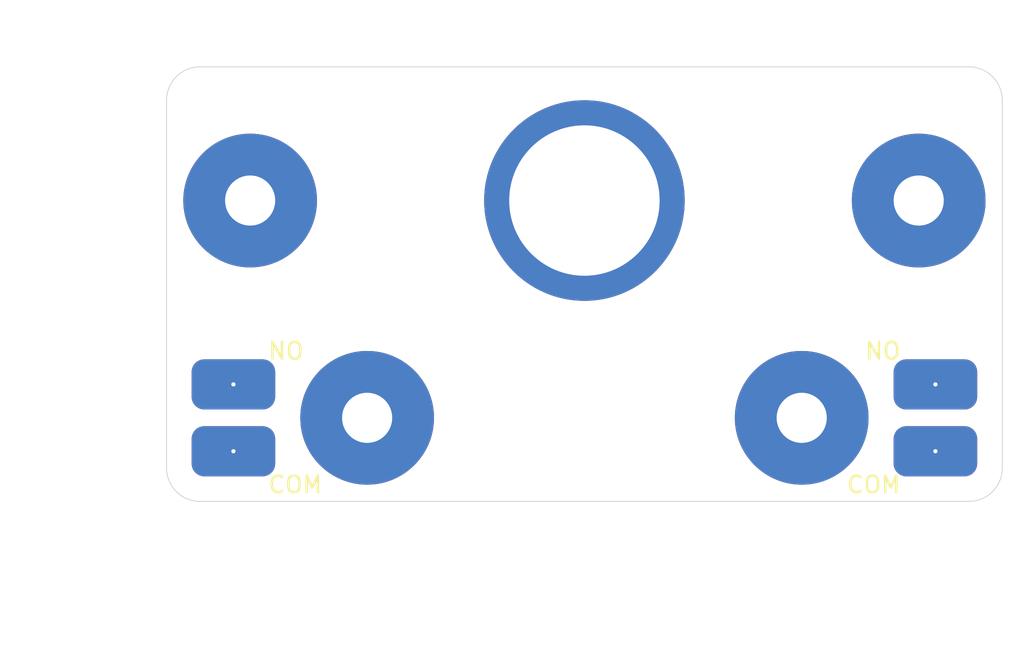
<source format=kicad_pcb>
(kicad_pcb (version 20171130) (host pcbnew 5.1.9+dfsg1-1)

  (general
    (thickness 1.6)
    (drawings 20)
    (tracks 0)
    (zones 0)
    (modules 7)
    (nets 3)
  )

  (page A4)
  (layers
    (0 F.Cu signal)
    (1 In1.Cu signal)
    (2 In2.Cu signal)
    (31 B.Cu signal)
    (32 B.Adhes user)
    (33 F.Adhes user)
    (34 B.Paste user)
    (35 F.Paste user)
    (36 B.SilkS user)
    (37 F.SilkS user)
    (38 B.Mask user)
    (39 F.Mask user)
    (40 Dwgs.User user)
    (41 Cmts.User user)
    (42 Eco1.User user)
    (43 Eco2.User user)
    (44 Edge.Cuts user)
    (45 Margin user)
    (46 B.CrtYd user)
    (47 F.CrtYd user)
    (48 B.Fab user)
    (49 F.Fab user)
  )

  (setup
    (last_trace_width 0.25)
    (user_trace_width 0.5)
    (trace_clearance 0.2)
    (zone_clearance 0.508)
    (zone_45_only no)
    (trace_min 0.2)
    (via_size 0.8)
    (via_drill 0.4)
    (via_min_size 0.4)
    (via_min_drill 0.3)
    (user_via 2 1)
    (uvia_size 0.3)
    (uvia_drill 0.1)
    (uvias_allowed no)
    (uvia_min_size 0.2)
    (uvia_min_drill 0.1)
    (edge_width 0.05)
    (segment_width 0.2)
    (pcb_text_width 0.3)
    (pcb_text_size 1.5 1.5)
    (mod_edge_width 0.12)
    (mod_text_size 1 1)
    (mod_text_width 0.15)
    (pad_size 1.524 1.524)
    (pad_drill 0.762)
    (pad_to_mask_clearance 0)
    (aux_axis_origin 0 0)
    (visible_elements FFFFFF7F)
    (pcbplotparams
      (layerselection 0x010fc_ffffffff)
      (usegerberextensions true)
      (usegerberattributes false)
      (usegerberadvancedattributes false)
      (creategerberjobfile false)
      (excludeedgelayer true)
      (linewidth 0.100000)
      (plotframeref false)
      (viasonmask false)
      (mode 1)
      (useauxorigin false)
      (hpglpennumber 1)
      (hpglpenspeed 20)
      (hpglpendiameter 15.000000)
      (psnegative false)
      (psa4output false)
      (plotreference true)
      (plotvalue false)
      (plotinvisibletext false)
      (padsonsilk false)
      (subtractmaskfromsilk true)
      (outputformat 1)
      (mirror false)
      (drillshape 0)
      (scaleselection 1)
      (outputdirectory "geber/"))
  )

  (net 0 "")
  (net 1 "Net-(J1-Pad1)")
  (net 2 "Net-(J1-Pad2)")

  (net_class Default "This is the default net class."
    (clearance 0.2)
    (trace_width 0.25)
    (via_dia 0.8)
    (via_drill 0.4)
    (uvia_dia 0.3)
    (uvia_drill 0.1)
    (add_net "Net-(J1-Pad1)")
    (add_net "Net-(J1-Pad2)")
  )

  (module custom-footprints:m3-d8-mounting-hole (layer F.Cu) (tedit 63D220FC) (tstamp 63D27EA1)
    (at 60 90)
    (path /63D22A0B)
    (fp_text reference J3 (at 0 0.5) (layer F.SilkS) hide
      (effects (font (size 1 1) (thickness 0.15)))
    )
    (fp_text value BOLT_HOLE (at 0 -0.5) (layer F.Fab)
      (effects (font (size 1 1) (thickness 0.15)))
    )
    (pad 1 thru_hole circle (at 0 0) (size 8 8) (drill 3) (layers *.Cu *.Mask)
      (net 2 "Net-(J1-Pad2)"))
  )

  (module custom-footprints:m3-d8-mounting-hole (layer F.Cu) (tedit 63D220FC) (tstamp 63D27EA6)
    (at 67 103)
    (path /63D235F1)
    (fp_text reference J4 (at 0 0.5) (layer F.SilkS) hide
      (effects (font (size 1 1) (thickness 0.15)))
    )
    (fp_text value BOLT_HOLE (at 0 -0.5) (layer F.Fab)
      (effects (font (size 1 1) (thickness 0.15)))
    )
    (pad 1 thru_hole circle (at 0 0) (size 8 8) (drill 3) (layers *.Cu *.Mask)
      (net 2 "Net-(J1-Pad2)"))
  )

  (module custom-footprints:m3-d8-mounting-hole (layer F.Cu) (tedit 63D220FC) (tstamp 63D27EAB)
    (at 100 90)
    (path /63D238E6)
    (fp_text reference J5 (at 0 0.5) (layer F.SilkS) hide
      (effects (font (size 1 1) (thickness 0.15)))
    )
    (fp_text value BOLT_HOLE (at 0 -0.5) (layer F.Fab)
      (effects (font (size 1 1) (thickness 0.15)))
    )
    (pad 1 thru_hole circle (at 0 0) (size 8 8) (drill 3) (layers *.Cu *.Mask)
      (net 2 "Net-(J1-Pad2)"))
  )

  (module custom-footprints:solder-pin-th-2pin (layer F.Cu) (tedit 63D230B7) (tstamp 63D28819)
    (at 59 101 270)
    (path /63D21D6A)
    (fp_text reference J1 (at -3 2 90) (layer F.SilkS) hide
      (effects (font (size 1 1) (thickness 0.15)))
    )
    (fp_text value Conn_01x02_Female (at 0 -0.5 90) (layer F.Fab)
      (effects (font (size 1 1) (thickness 0.15)))
    )
    (pad 1 thru_hole roundrect (at 0 0 270) (size 3 5) (drill 0.25) (layers *.Cu *.Mask) (roundrect_rratio 0.25)
      (net 1 "Net-(J1-Pad1)"))
    (pad 2 thru_hole roundrect (at 4 0 270) (size 3 5) (drill 0.25) (layers *.Cu *.Mask) (roundrect_rratio 0.25)
      (net 2 "Net-(J1-Pad2)"))
  )

  (module custom-footprints:solder-pin-th-2pin (layer F.Cu) (tedit 63D230B7) (tstamp 63D2881F)
    (at 101 101 270)
    (path /63D22128)
    (fp_text reference J2 (at 0 0.5 90) (layer F.SilkS) hide
      (effects (font (size 1 1) (thickness 0.15)))
    )
    (fp_text value Conn_01x02_Female (at 0 -0.5 90) (layer F.Fab)
      (effects (font (size 1 1) (thickness 0.15)))
    )
    (pad 2 thru_hole roundrect (at 4 0 270) (size 3 5) (drill 0.25) (layers *.Cu *.Mask) (roundrect_rratio 0.25)
      (net 2 "Net-(J1-Pad2)"))
    (pad 1 thru_hole roundrect (at 0 0 270) (size 3 5) (drill 0.25) (layers *.Cu *.Mask) (roundrect_rratio 0.25)
      (net 1 "Net-(J1-Pad1)"))
  )

  (module custom-footprints:m3-d8-mounting-hole (layer F.Cu) (tedit 63D220FC) (tstamp 63D31490)
    (at 93 103)
    (path /63D317AE)
    (fp_text reference J7 (at 0 0.5) (layer F.SilkS) hide
      (effects (font (size 1 1) (thickness 0.15)))
    )
    (fp_text value BOLT_HOLE (at 0 -0.5) (layer F.Fab)
      (effects (font (size 1 1) (thickness 0.15)))
    )
    (pad 1 thru_hole circle (at 0 0) (size 8 8) (drill 3) (layers *.Cu *.Mask)
      (net 2 "Net-(J1-Pad2)"))
  )

  (module custom-footprints:m3-d12-mounter-hole (layer F.Cu) (tedit 63D6FCB6) (tstamp 63D7599B)
    (at 80 90)
    (path /63D23BA4)
    (fp_text reference J6 (at 0 0.5) (layer F.SilkS)
      (effects (font (size 1 1) (thickness 0.15)))
    )
    (fp_text value RING_HOLE (at 0 -0.5) (layer F.Fab)
      (effects (font (size 1 1) (thickness 0.15)))
    )
    (pad 1 thru_hole circle (at 0 0) (size 12 12) (drill 9) (layers *.Cu *.Mask)
      (net 1 "Net-(J1-Pad1)"))
  )

  (gr_arc (start 103 84) (end 105 84) (angle -90) (layer Edge.Cuts) (width 0.05))
  (gr_arc (start 57 84) (end 57 82) (angle -90) (layer Edge.Cuts) (width 0.05))
  (dimension 15 (width 0.15) (layer Dwgs.User)
    (gr_text "15.000 mm" (at 72.5 117.3) (layer Dwgs.User)
      (effects (font (size 1 1) (thickness 0.15)))
    )
    (feature1 (pts (xy 65 103) (xy 65 116.586421)))
    (feature2 (pts (xy 80 103) (xy 80 116.586421)))
    (crossbar (pts (xy 80 116) (xy 65 116)))
    (arrow1a (pts (xy 65 116) (xy 66.126504 115.413579)))
    (arrow1b (pts (xy 65 116) (xy 66.126504 116.586421)))
    (arrow2a (pts (xy 80 116) (xy 78.873496 115.413579)))
    (arrow2b (pts (xy 80 116) (xy 78.873496 116.586421)))
  )
  (dimension 15 (width 0.15) (layer Dwgs.User)
    (gr_text "15.000 mm" (at 87.5 117.3) (layer Dwgs.User)
      (effects (font (size 1 1) (thickness 0.15)))
    )
    (feature1 (pts (xy 95 103) (xy 95 116.586421)))
    (feature2 (pts (xy 80 103) (xy 80 116.586421)))
    (crossbar (pts (xy 80 116) (xy 95 116)))
    (arrow1a (pts (xy 95 116) (xy 93.873496 116.586421)))
    (arrow1b (pts (xy 95 116) (xy 93.873496 115.413579)))
    (arrow2a (pts (xy 80 116) (xy 81.126504 116.586421)))
    (arrow2b (pts (xy 80 116) (xy 81.126504 115.413579)))
  )
  (dimension 5 (width 0.15) (layer Dwgs.User)
    (gr_text "5.000 mm" (at 102.5 78.7) (layer Dwgs.User)
      (effects (font (size 1 1) (thickness 0.15)))
    )
    (feature1 (pts (xy 100 90) (xy 100 79.413579)))
    (feature2 (pts (xy 105 90) (xy 105 79.413579)))
    (crossbar (pts (xy 105 80) (xy 100 80)))
    (arrow1a (pts (xy 100 80) (xy 101.126504 79.413579)))
    (arrow1b (pts (xy 100 80) (xy 101.126504 80.586421)))
    (arrow2a (pts (xy 105 80) (xy 103.873496 79.413579)))
    (arrow2b (pts (xy 105 80) (xy 103.873496 80.586421)))
  )
  (dimension 5 (width 0.15) (layer Dwgs.User)
    (gr_text "5.000 mm" (at 57.5 79.7) (layer Dwgs.User)
      (effects (font (size 1 1) (thickness 0.15)))
    )
    (feature1 (pts (xy 60 90) (xy 60 80.413579)))
    (feature2 (pts (xy 55 90) (xy 55 80.413579)))
    (crossbar (pts (xy 55 81) (xy 60 81)))
    (arrow1a (pts (xy 60 81) (xy 58.873496 81.586421)))
    (arrow1b (pts (xy 60 81) (xy 58.873496 80.413579)))
    (arrow2a (pts (xy 55 81) (xy 56.126504 81.586421)))
    (arrow2b (pts (xy 55 81) (xy 56.126504 80.413579)))
  )
  (dimension 8 (width 0.15) (layer Dwgs.User)
    (gr_text "8.000 mm" (at 76 110.3) (layer Dwgs.User)
      (effects (font (size 1 1) (thickness 0.15)))
    )
    (feature1 (pts (xy 72 103) (xy 72 109.586421)))
    (feature2 (pts (xy 80 103) (xy 80 109.586421)))
    (crossbar (pts (xy 80 109) (xy 72 109)))
    (arrow1a (pts (xy 72 109) (xy 73.126504 108.413579)))
    (arrow1b (pts (xy 72 109) (xy 73.126504 109.586421)))
    (arrow2a (pts (xy 80 109) (xy 78.873496 108.413579)))
    (arrow2b (pts (xy 80 109) (xy 78.873496 109.586421)))
  )
  (dimension 8 (width 0.15) (layer Dwgs.User)
    (gr_text "8.000 mm" (at 55.7 94 270) (layer Dwgs.User)
      (effects (font (size 1 1) (thickness 0.15)))
    )
    (feature1 (pts (xy 67 98) (xy 56.413579 98)))
    (feature2 (pts (xy 67 90) (xy 56.413579 90)))
    (crossbar (pts (xy 57 90) (xy 57 98)))
    (arrow1a (pts (xy 57 98) (xy 56.413579 96.873496)))
    (arrow1b (pts (xy 57 98) (xy 57.586421 96.873496)))
    (arrow2a (pts (xy 57 90) (xy 56.413579 91.126504)))
    (arrow2b (pts (xy 57 90) (xy 57.586421 91.126504)))
  )
  (dimension 10 (width 0.15) (layer Dwgs.User)
    (gr_text "10.000 mm" (at 48.7 103 90) (layer Dwgs.User)
      (effects (font (size 1 1) (thickness 0.15)))
    )
    (feature1 (pts (xy 55 98) (xy 49.413579 98)))
    (feature2 (pts (xy 55 108) (xy 49.413579 108)))
    (crossbar (pts (xy 50 108) (xy 50 98)))
    (arrow1a (pts (xy 50 98) (xy 50.586421 99.126504)))
    (arrow1b (pts (xy 50 98) (xy 49.413579 99.126504)))
    (arrow2a (pts (xy 50 108) (xy 50.586421 106.873496)))
    (arrow2b (pts (xy 50 108) (xy 49.413579 106.873496)))
  )
  (dimension 10 (width 0.15) (layer Dwgs.User)
    (gr_text "10.000 mm" (at 67 112.3) (layer Dwgs.User)
      (effects (font (size 1 1) (thickness 0.15)))
    )
    (feature1 (pts (xy 72 108) (xy 72 111.586421)))
    (feature2 (pts (xy 62 108) (xy 62 111.586421)))
    (crossbar (pts (xy 62 111) (xy 72 111)))
    (arrow1a (pts (xy 72 111) (xy 70.873496 111.586421)))
    (arrow1b (pts (xy 72 111) (xy 70.873496 110.413579)))
    (arrow2a (pts (xy 62 111) (xy 63.126504 111.586421)))
    (arrow2b (pts (xy 62 111) (xy 63.126504 110.413579)))
  )
  (gr_text COM (at 99 107) (layer F.SilkS)
    (effects (font (size 1 1) (thickness 0.15)) (justify right))
  )
  (gr_text COM (at 61 107) (layer F.SilkS)
    (effects (font (size 1 1) (thickness 0.15)) (justify left))
  )
  (gr_text NO (at 99 99) (layer F.SilkS)
    (effects (font (size 1 1) (thickness 0.15)) (justify right))
  )
  (gr_text NO (at 61 99) (layer F.SilkS)
    (effects (font (size 1 1) (thickness 0.15)) (justify left))
  )
  (gr_arc (start 103 106) (end 103 108) (angle -90) (layer Edge.Cuts) (width 0.05))
  (gr_line (start 105 84) (end 105 106) (layer Edge.Cuts) (width 0.05))
  (gr_line (start 57 108) (end 103 108) (layer Edge.Cuts) (width 0.05))
  (gr_line (start 55 84) (end 55 106) (layer Edge.Cuts) (width 0.05) (tstamp 63D27F73))
  (gr_arc (start 57 106) (end 55 106) (angle -90) (layer Edge.Cuts) (width 0.05))
  (gr_line (start 57 82) (end 103 82) (layer Edge.Cuts) (width 0.05) (tstamp 63D27F72))

  (zone (net 2) (net_name "Net-(J1-Pad2)") (layer In1.Cu) (tstamp 63D75A89) (hatch edge 0.508)
    (connect_pads (clearance 0.508))
    (min_thickness 0.254)
    (fill yes (arc_segments 32) (thermal_gap 0.508) (thermal_bridge_width 0.508))
    (polygon
      (pts
        (xy 105 108) (xy 55 108) (xy 55 82) (xy 105 82)
      )
    )
    (filled_polygon
      (pts
        (xy 103.259659 82.688625) (xy 103.509429 82.764035) (xy 103.739792 82.886522) (xy 103.94198 83.051422) (xy 104.108286 83.25245)
        (xy 104.232378 83.481954) (xy 104.309531 83.731195) (xy 104.34 84.021089) (xy 104.34 88.324638) (xy 104.323975 88.269434)
        (xy 103.903275 87.459121) (xy 103.841185 87.366197) (xy 103.26958 86.910025) (xy 100.179605 90) (xy 103.26958 93.089975)
        (xy 103.841185 92.633803) (xy 104.281207 91.833817) (xy 104.34 91.648054) (xy 104.340001 105.967711) (xy 104.311375 106.25966)
        (xy 104.235965 106.509429) (xy 104.113477 106.739794) (xy 104.050709 106.816755) (xy 104.089502 106.74418) (xy 104.125812 106.624482)
        (xy 104.138072 106.5) (xy 104.135 105.28575) (xy 103.97625 105.127) (xy 101.127 105.127) (xy 101.127 106.97625)
        (xy 101.28575 107.135) (xy 103.5 107.138072) (xy 103.624482 107.125812) (xy 103.74418 107.089502) (xy 103.817862 107.050117)
        (xy 103.747546 107.108288) (xy 103.518046 107.232378) (xy 103.268805 107.309531) (xy 102.978911 107.34) (xy 94.675363 107.34)
        (xy 94.730566 107.323975) (xy 95.540879 106.903275) (xy 95.633803 106.841185) (xy 95.906087 106.5) (xy 97.861928 106.5)
        (xy 97.874188 106.624482) (xy 97.910498 106.74418) (xy 97.969463 106.854494) (xy 98.048815 106.951185) (xy 98.145506 107.030537)
        (xy 98.25582 107.089502) (xy 98.375518 107.125812) (xy 98.5 107.138072) (xy 100.71425 107.135) (xy 100.873 106.97625)
        (xy 100.873 105.127) (xy 98.02375 105.127) (xy 97.865 105.28575) (xy 97.861928 106.5) (xy 95.906087 106.5)
        (xy 96.089975 106.26958) (xy 93 103.179605) (xy 89.910025 106.26958) (xy 90.366197 106.841185) (xy 91.166183 107.281207)
        (xy 91.351945 107.34) (xy 68.675363 107.34) (xy 68.730566 107.323975) (xy 69.540879 106.903275) (xy 69.633803 106.841185)
        (xy 70.089975 106.26958) (xy 67 103.179605) (xy 63.910025 106.26958) (xy 64.366197 106.841185) (xy 65.166183 107.281207)
        (xy 65.351945 107.34) (xy 57.032279 107.34) (xy 56.74034 107.311375) (xy 56.490571 107.235965) (xy 56.260206 107.113477)
        (xy 56.183245 107.050709) (xy 56.25582 107.089502) (xy 56.375518 107.125812) (xy 56.5 107.138072) (xy 58.71425 107.135)
        (xy 58.873 106.97625) (xy 58.873 105.127) (xy 59.127 105.127) (xy 59.127 106.97625) (xy 59.28575 107.135)
        (xy 61.5 107.138072) (xy 61.624482 107.125812) (xy 61.74418 107.089502) (xy 61.854494 107.030537) (xy 61.951185 106.951185)
        (xy 62.030537 106.854494) (xy 62.089502 106.74418) (xy 62.125812 106.624482) (xy 62.138072 106.5) (xy 62.135 105.28575)
        (xy 61.97625 105.127) (xy 59.127 105.127) (xy 58.873 105.127) (xy 56.02375 105.127) (xy 55.865 105.28575)
        (xy 55.861928 106.5) (xy 55.874188 106.624482) (xy 55.910498 106.74418) (xy 55.949883 106.817862) (xy 55.891712 106.747546)
        (xy 55.767622 106.518046) (xy 55.690469 106.268805) (xy 55.66 105.978911) (xy 55.66 100.25) (xy 55.861928 100.25)
        (xy 55.861928 101.75) (xy 55.888599 102.020799) (xy 55.967589 102.281192) (xy 56.09586 102.521171) (xy 56.268485 102.731515)
        (xy 56.435173 102.868313) (xy 56.375518 102.874188) (xy 56.25582 102.910498) (xy 56.145506 102.969463) (xy 56.048815 103.048815)
        (xy 55.969463 103.145506) (xy 55.910498 103.25582) (xy 55.874188 103.375518) (xy 55.861928 103.5) (xy 55.865 104.71425)
        (xy 56.02375 104.873) (xy 58.873 104.873) (xy 58.873 104.853) (xy 59.127 104.853) (xy 59.127 104.873)
        (xy 61.97625 104.873) (xy 62.135 104.71425) (xy 62.138072 103.5) (xy 62.125812 103.375518) (xy 62.089502 103.25582)
        (xy 62.030537 103.145506) (xy 61.951185 103.048815) (xy 61.854494 102.969463) (xy 61.807084 102.944121) (xy 62.342909 102.944121)
        (xy 62.421492 103.853748) (xy 62.676025 104.730566) (xy 63.096725 105.540879) (xy 63.158815 105.633803) (xy 63.73042 106.089975)
        (xy 66.820395 103) (xy 67.179605 103) (xy 70.26958 106.089975) (xy 70.841185 105.633803) (xy 71.281207 104.833817)
        (xy 71.556704 103.963359) (xy 71.657091 103.055879) (xy 71.647437 102.944121) (xy 88.342909 102.944121) (xy 88.421492 103.853748)
        (xy 88.676025 104.730566) (xy 89.096725 105.540879) (xy 89.158815 105.633803) (xy 89.73042 106.089975) (xy 92.820395 103)
        (xy 93.179605 103) (xy 96.26958 106.089975) (xy 96.841185 105.633803) (xy 97.281207 104.833817) (xy 97.556704 103.963359)
        (xy 97.657091 103.055879) (xy 97.578508 102.146252) (xy 97.323975 101.269434) (xy 96.903275 100.459121) (xy 96.841185 100.366197)
        (xy 96.695585 100.25) (xy 97.861928 100.25) (xy 97.861928 101.75) (xy 97.888599 102.020799) (xy 97.967589 102.281192)
        (xy 98.09586 102.521171) (xy 98.268485 102.731515) (xy 98.435173 102.868313) (xy 98.375518 102.874188) (xy 98.25582 102.910498)
        (xy 98.145506 102.969463) (xy 98.048815 103.048815) (xy 97.969463 103.145506) (xy 97.910498 103.25582) (xy 97.874188 103.375518)
        (xy 97.861928 103.5) (xy 97.865 104.71425) (xy 98.02375 104.873) (xy 100.873 104.873) (xy 100.873 104.853)
        (xy 101.127 104.853) (xy 101.127 104.873) (xy 103.97625 104.873) (xy 104.135 104.71425) (xy 104.138072 103.5)
        (xy 104.125812 103.375518) (xy 104.089502 103.25582) (xy 104.030537 103.145506) (xy 103.951185 103.048815) (xy 103.854494 102.969463)
        (xy 103.74418 102.910498) (xy 103.624482 102.874188) (xy 103.564827 102.868313) (xy 103.731515 102.731515) (xy 103.90414 102.521171)
        (xy 104.032411 102.281192) (xy 104.111401 102.020799) (xy 104.138072 101.75) (xy 104.138072 100.25) (xy 104.111401 99.979201)
        (xy 104.032411 99.718808) (xy 103.90414 99.478829) (xy 103.731515 99.268485) (xy 103.521171 99.09586) (xy 103.281192 98.967589)
        (xy 103.020799 98.888599) (xy 102.75 98.861928) (xy 99.25 98.861928) (xy 98.979201 98.888599) (xy 98.718808 98.967589)
        (xy 98.478829 99.09586) (xy 98.268485 99.268485) (xy 98.09586 99.478829) (xy 97.967589 99.718808) (xy 97.888599 99.979201)
        (xy 97.861928 100.25) (xy 96.695585 100.25) (xy 96.26958 99.910025) (xy 93.179605 103) (xy 92.820395 103)
        (xy 89.73042 99.910025) (xy 89.158815 100.366197) (xy 88.718793 101.166183) (xy 88.443296 102.036641) (xy 88.342909 102.944121)
        (xy 71.647437 102.944121) (xy 71.578508 102.146252) (xy 71.323975 101.269434) (xy 70.903275 100.459121) (xy 70.841185 100.366197)
        (xy 70.26958 99.910025) (xy 67.179605 103) (xy 66.820395 103) (xy 63.73042 99.910025) (xy 63.158815 100.366197)
        (xy 62.718793 101.166183) (xy 62.443296 102.036641) (xy 62.342909 102.944121) (xy 61.807084 102.944121) (xy 61.74418 102.910498)
        (xy 61.624482 102.874188) (xy 61.564827 102.868313) (xy 61.731515 102.731515) (xy 61.90414 102.521171) (xy 62.032411 102.281192)
        (xy 62.111401 102.020799) (xy 62.138072 101.75) (xy 62.138072 100.25) (xy 62.111401 99.979201) (xy 62.035934 99.73042)
        (xy 63.910025 99.73042) (xy 67 102.820395) (xy 70.089975 99.73042) (xy 89.910025 99.73042) (xy 93 102.820395)
        (xy 96.089975 99.73042) (xy 95.633803 99.158815) (xy 94.833817 98.718793) (xy 93.963359 98.443296) (xy 93.055879 98.342909)
        (xy 92.146252 98.421492) (xy 91.269434 98.676025) (xy 90.459121 99.096725) (xy 90.366197 99.158815) (xy 89.910025 99.73042)
        (xy 70.089975 99.73042) (xy 69.633803 99.158815) (xy 68.833817 98.718793) (xy 67.963359 98.443296) (xy 67.055879 98.342909)
        (xy 66.146252 98.421492) (xy 65.269434 98.676025) (xy 64.459121 99.096725) (xy 64.366197 99.158815) (xy 63.910025 99.73042)
        (xy 62.035934 99.73042) (xy 62.032411 99.718808) (xy 61.90414 99.478829) (xy 61.731515 99.268485) (xy 61.521171 99.09586)
        (xy 61.281192 98.967589) (xy 61.020799 98.888599) (xy 60.75 98.861928) (xy 57.25 98.861928) (xy 56.979201 98.888599)
        (xy 56.718808 98.967589) (xy 56.478829 99.09586) (xy 56.268485 99.268485) (xy 56.09586 99.478829) (xy 55.967589 99.718808)
        (xy 55.888599 99.979201) (xy 55.861928 100.25) (xy 55.66 100.25) (xy 55.66 93.26958) (xy 56.910025 93.26958)
        (xy 57.366197 93.841185) (xy 58.166183 94.281207) (xy 59.036641 94.556704) (xy 59.944121 94.657091) (xy 60.853748 94.578508)
        (xy 61.730566 94.323975) (xy 62.540879 93.903275) (xy 62.633803 93.841185) (xy 63.089975 93.26958) (xy 60 90.179605)
        (xy 56.910025 93.26958) (xy 55.66 93.26958) (xy 55.66 91.675363) (xy 55.676025 91.730566) (xy 56.096725 92.540879)
        (xy 56.158815 92.633803) (xy 56.73042 93.089975) (xy 59.820395 90) (xy 60.179605 90) (xy 63.26958 93.089975)
        (xy 63.841185 92.633803) (xy 64.281207 91.833817) (xy 64.556704 90.963359) (xy 64.657091 90.055879) (xy 64.595809 89.34651)
        (xy 73.365 89.34651) (xy 73.365 90.65349) (xy 73.619979 91.935358) (xy 74.120139 93.142851) (xy 74.846259 94.229566)
        (xy 75.770434 95.153741) (xy 76.857149 95.879861) (xy 78.064642 96.380021) (xy 79.34651 96.635) (xy 80.65349 96.635)
        (xy 81.935358 96.380021) (xy 83.142851 95.879861) (xy 84.229566 95.153741) (xy 85.153741 94.229566) (xy 85.795183 93.26958)
        (xy 96.910025 93.26958) (xy 97.366197 93.841185) (xy 98.166183 94.281207) (xy 99.036641 94.556704) (xy 99.944121 94.657091)
        (xy 100.853748 94.578508) (xy 101.730566 94.323975) (xy 102.540879 93.903275) (xy 102.633803 93.841185) (xy 103.089975 93.26958)
        (xy 100 90.179605) (xy 96.910025 93.26958) (xy 85.795183 93.26958) (xy 85.879861 93.142851) (xy 86.380021 91.935358)
        (xy 86.635 90.65349) (xy 86.635 89.944121) (xy 95.342909 89.944121) (xy 95.421492 90.853748) (xy 95.676025 91.730566)
        (xy 96.096725 92.540879) (xy 96.158815 92.633803) (xy 96.73042 93.089975) (xy 99.820395 90) (xy 96.73042 86.910025)
        (xy 96.158815 87.366197) (xy 95.718793 88.166183) (xy 95.443296 89.036641) (xy 95.342909 89.944121) (xy 86.635 89.944121)
        (xy 86.635 89.34651) (xy 86.380021 88.064642) (xy 85.879861 86.857149) (xy 85.795184 86.73042) (xy 96.910025 86.73042)
        (xy 100 89.820395) (xy 103.089975 86.73042) (xy 102.633803 86.158815) (xy 101.833817 85.718793) (xy 100.963359 85.443296)
        (xy 100.055879 85.342909) (xy 99.146252 85.421492) (xy 98.269434 85.676025) (xy 97.459121 86.096725) (xy 97.366197 86.158815)
        (xy 96.910025 86.73042) (xy 85.795184 86.73042) (xy 85.153741 85.770434) (xy 84.229566 84.846259) (xy 83.142851 84.120139)
        (xy 81.935358 83.619979) (xy 80.65349 83.365) (xy 79.34651 83.365) (xy 78.064642 83.619979) (xy 76.857149 84.120139)
        (xy 75.770434 84.846259) (xy 74.846259 85.770434) (xy 74.120139 86.857149) (xy 73.619979 88.064642) (xy 73.365 89.34651)
        (xy 64.595809 89.34651) (xy 64.578508 89.146252) (xy 64.323975 88.269434) (xy 63.903275 87.459121) (xy 63.841185 87.366197)
        (xy 63.26958 86.910025) (xy 60.179605 90) (xy 59.820395 90) (xy 56.73042 86.910025) (xy 56.158815 87.366197)
        (xy 55.718793 88.166183) (xy 55.66 88.351945) (xy 55.66 86.73042) (xy 56.910025 86.73042) (xy 60 89.820395)
        (xy 63.089975 86.73042) (xy 62.633803 86.158815) (xy 61.833817 85.718793) (xy 60.963359 85.443296) (xy 60.055879 85.342909)
        (xy 59.146252 85.421492) (xy 58.269434 85.676025) (xy 57.459121 86.096725) (xy 57.366197 86.158815) (xy 56.910025 86.73042)
        (xy 55.66 86.73042) (xy 55.66 84.032279) (xy 55.688625 83.740341) (xy 55.764035 83.490571) (xy 55.886522 83.260208)
        (xy 56.051422 83.05802) (xy 56.25245 82.891714) (xy 56.481954 82.767622) (xy 56.731195 82.690469) (xy 57.021088 82.66)
        (xy 102.967721 82.66)
      )
    )
  )
  (zone (net 1) (net_name "Net-(J1-Pad1)") (layer In2.Cu) (tstamp 63D75A86) (hatch edge 0.508)
    (connect_pads (clearance 0.508))
    (min_thickness 0.254)
    (fill yes (arc_segments 32) (thermal_gap 0.508) (thermal_bridge_width 0.508))
    (polygon
      (pts
        (xy 105 108) (xy 55 108) (xy 55 82) (xy 105 82)
      )
    )
    (filled_polygon
      (pts
        (xy 103.259659 82.688625) (xy 103.509429 82.764035) (xy 103.739792 82.886522) (xy 103.94198 83.051422) (xy 104.108286 83.25245)
        (xy 104.232378 83.481954) (xy 104.309531 83.731195) (xy 104.34 84.021089) (xy 104.34 88.365847) (xy 104.107484 87.804504)
        (xy 103.60024 87.04536) (xy 102.95464 86.39976) (xy 102.195496 85.892516) (xy 101.35198 85.54312) (xy 100.456508 85.365)
        (xy 99.543492 85.365) (xy 98.64802 85.54312) (xy 97.804504 85.892516) (xy 97.04536 86.39976) (xy 96.39976 87.04536)
        (xy 95.892516 87.804504) (xy 95.54312 88.64802) (xy 95.365 89.543492) (xy 95.365 90.456508) (xy 95.54312 91.35198)
        (xy 95.892516 92.195496) (xy 96.39976 92.95464) (xy 97.04536 93.60024) (xy 97.804504 94.107484) (xy 98.64802 94.45688)
        (xy 99.543492 94.635) (xy 100.456508 94.635) (xy 101.35198 94.45688) (xy 102.195496 94.107484) (xy 102.95464 93.60024)
        (xy 103.60024 92.95464) (xy 104.107484 92.195496) (xy 104.34 91.634153) (xy 104.340001 105.967711) (xy 104.311375 106.25966)
        (xy 104.235965 106.509429) (xy 104.113477 106.739794) (xy 103.948579 106.941979) (xy 103.747546 107.108288) (xy 103.518046 107.232378)
        (xy 103.268805 107.309531) (xy 102.978911 107.34) (xy 94.634153 107.34) (xy 95.195496 107.107484) (xy 95.95464 106.60024)
        (xy 96.60024 105.95464) (xy 97.107484 105.195496) (xy 97.45688 104.35198) (xy 97.635 103.456508) (xy 97.635 102.543492)
        (xy 97.626349 102.5) (xy 97.861928 102.5) (xy 97.874188 102.624482) (xy 97.910498 102.74418) (xy 97.969463 102.854494)
        (xy 98.048815 102.951185) (xy 98.145506 103.030537) (xy 98.25582 103.089502) (xy 98.375518 103.125812) (xy 98.435173 103.131687)
        (xy 98.268485 103.268485) (xy 98.09586 103.478829) (xy 97.967589 103.718808) (xy 97.888599 103.979201) (xy 97.861928 104.25)
        (xy 97.861928 105.75) (xy 97.888599 106.020799) (xy 97.967589 106.281192) (xy 98.09586 106.521171) (xy 98.268485 106.731515)
        (xy 98.478829 106.90414) (xy 98.718808 107.032411) (xy 98.979201 107.111401) (xy 99.25 107.138072) (xy 102.75 107.138072)
        (xy 103.020799 107.111401) (xy 103.281192 107.032411) (xy 103.521171 106.90414) (xy 103.731515 106.731515) (xy 103.90414 106.521171)
        (xy 104.032411 106.281192) (xy 104.111401 106.020799) (xy 104.138072 105.75) (xy 104.138072 104.25) (xy 104.111401 103.979201)
        (xy 104.032411 103.718808) (xy 103.90414 103.478829) (xy 103.731515 103.268485) (xy 103.564827 103.131687) (xy 103.624482 103.125812)
        (xy 103.74418 103.089502) (xy 103.854494 103.030537) (xy 103.951185 102.951185) (xy 104.030537 102.854494) (xy 104.089502 102.74418)
        (xy 104.125812 102.624482) (xy 104.138072 102.5) (xy 104.135 101.28575) (xy 103.97625 101.127) (xy 101.127 101.127)
        (xy 101.127 101.147) (xy 100.873 101.147) (xy 100.873 101.127) (xy 98.02375 101.127) (xy 97.865 101.28575)
        (xy 97.861928 102.5) (xy 97.626349 102.5) (xy 97.45688 101.64802) (xy 97.107484 100.804504) (xy 96.60024 100.04536)
        (xy 96.05488 99.5) (xy 97.861928 99.5) (xy 97.865 100.71425) (xy 98.02375 100.873) (xy 100.873 100.873)
        (xy 100.873 99.02375) (xy 101.127 99.02375) (xy 101.127 100.873) (xy 103.97625 100.873) (xy 104.135 100.71425)
        (xy 104.138072 99.5) (xy 104.125812 99.375518) (xy 104.089502 99.25582) (xy 104.030537 99.145506) (xy 103.951185 99.048815)
        (xy 103.854494 98.969463) (xy 103.74418 98.910498) (xy 103.624482 98.874188) (xy 103.5 98.861928) (xy 101.28575 98.865)
        (xy 101.127 99.02375) (xy 100.873 99.02375) (xy 100.71425 98.865) (xy 98.5 98.861928) (xy 98.375518 98.874188)
        (xy 98.25582 98.910498) (xy 98.145506 98.969463) (xy 98.048815 99.048815) (xy 97.969463 99.145506) (xy 97.910498 99.25582)
        (xy 97.874188 99.375518) (xy 97.861928 99.5) (xy 96.05488 99.5) (xy 95.95464 99.39976) (xy 95.195496 98.892516)
        (xy 94.35198 98.54312) (xy 93.456508 98.365) (xy 92.543492 98.365) (xy 91.64802 98.54312) (xy 90.804504 98.892516)
        (xy 90.04536 99.39976) (xy 89.39976 100.04536) (xy 88.892516 100.804504) (xy 88.54312 101.64802) (xy 88.365 102.543492)
        (xy 88.365 103.456508) (xy 88.54312 104.35198) (xy 88.892516 105.195496) (xy 89.39976 105.95464) (xy 90.04536 106.60024)
        (xy 90.804504 107.107484) (xy 91.365847 107.34) (xy 68.634153 107.34) (xy 69.195496 107.107484) (xy 69.95464 106.60024)
        (xy 70.60024 105.95464) (xy 71.107484 105.195496) (xy 71.45688 104.35198) (xy 71.635 103.456508) (xy 71.635 102.543492)
        (xy 71.45688 101.64802) (xy 71.107484 100.804504) (xy 70.60024 100.04536) (xy 69.95464 99.39976) (xy 69.195496 98.892516)
        (xy 68.35198 98.54312) (xy 67.456508 98.365) (xy 66.543492 98.365) (xy 65.64802 98.54312) (xy 64.804504 98.892516)
        (xy 64.04536 99.39976) (xy 63.39976 100.04536) (xy 62.892516 100.804504) (xy 62.54312 101.64802) (xy 62.365 102.543492)
        (xy 62.365 103.456508) (xy 62.54312 104.35198) (xy 62.892516 105.195496) (xy 63.39976 105.95464) (xy 64.04536 106.60024)
        (xy 64.804504 107.107484) (xy 65.365847 107.34) (xy 57.032279 107.34) (xy 56.74034 107.311375) (xy 56.490571 107.235965)
        (xy 56.260206 107.113477) (xy 56.058021 106.948579) (xy 55.891712 106.747546) (xy 55.767622 106.518046) (xy 55.690469 106.268805)
        (xy 55.66 105.978911) (xy 55.66 102.5) (xy 55.861928 102.5) (xy 55.874188 102.624482) (xy 55.910498 102.74418)
        (xy 55.969463 102.854494) (xy 56.048815 102.951185) (xy 56.145506 103.030537) (xy 56.25582 103.089502) (xy 56.375518 103.125812)
        (xy 56.435173 103.131687) (xy 56.268485 103.268485) (xy 56.09586 103.478829) (xy 55.967589 103.718808) (xy 55.888599 103.979201)
        (xy 55.861928 104.25) (xy 55.861928 105.75) (xy 55.888599 106.020799) (xy 55.967589 106.281192) (xy 56.09586 106.521171)
        (xy 56.268485 106.731515) (xy 56.478829 106.90414) (xy 56.718808 107.032411) (xy 56.979201 107.111401) (xy 57.25 107.138072)
        (xy 60.75 107.138072) (xy 61.020799 107.111401) (xy 61.281192 107.032411) (xy 61.521171 106.90414) (xy 61.731515 106.731515)
        (xy 61.90414 106.521171) (xy 62.032411 106.281192) (xy 62.111401 106.020799) (xy 62.138072 105.75) (xy 62.138072 104.25)
        (xy 62.111401 103.979201) (xy 62.032411 103.718808) (xy 61.90414 103.478829) (xy 61.731515 103.268485) (xy 61.564827 103.131687)
        (xy 61.624482 103.125812) (xy 61.74418 103.089502) (xy 61.854494 103.030537) (xy 61.951185 102.951185) (xy 62.030537 102.854494)
        (xy 62.089502 102.74418) (xy 62.125812 102.624482) (xy 62.138072 102.5) (xy 62.135 101.28575) (xy 61.97625 101.127)
        (xy 59.127 101.127) (xy 59.127 101.147) (xy 58.873 101.147) (xy 58.873 101.127) (xy 56.02375 101.127)
        (xy 55.865 101.28575) (xy 55.861928 102.5) (xy 55.66 102.5) (xy 55.66 99.5) (xy 55.861928 99.5)
        (xy 55.865 100.71425) (xy 56.02375 100.873) (xy 58.873 100.873) (xy 58.873 99.02375) (xy 59.127 99.02375)
        (xy 59.127 100.873) (xy 61.97625 100.873) (xy 62.135 100.71425) (xy 62.138072 99.5) (xy 62.125812 99.375518)
        (xy 62.089502 99.25582) (xy 62.030537 99.145506) (xy 61.951185 99.048815) (xy 61.854494 98.969463) (xy 61.74418 98.910498)
        (xy 61.624482 98.874188) (xy 61.5 98.861928) (xy 59.28575 98.865) (xy 59.127 99.02375) (xy 58.873 99.02375)
        (xy 58.71425 98.865) (xy 56.5 98.861928) (xy 56.375518 98.874188) (xy 56.25582 98.910498) (xy 56.145506 98.969463)
        (xy 56.048815 99.048815) (xy 55.969463 99.145506) (xy 55.910498 99.25582) (xy 55.874188 99.375518) (xy 55.861928 99.5)
        (xy 55.66 99.5) (xy 55.66 94.691028) (xy 75.488577 94.691028) (xy 76.184631 95.467471) (xy 77.324592 96.106757)
        (xy 78.567369 96.511363) (xy 79.8652 96.665741) (xy 81.168212 96.56396) (xy 82.42633 96.209928) (xy 83.591206 95.617253)
        (xy 83.815369 95.467471) (xy 84.511423 94.691028) (xy 80 90.179605) (xy 75.488577 94.691028) (xy 55.66 94.691028)
        (xy 55.66 91.634153) (xy 55.892516 92.195496) (xy 56.39976 92.95464) (xy 57.04536 93.60024) (xy 57.804504 94.107484)
        (xy 58.64802 94.45688) (xy 59.543492 94.635) (xy 60.456508 94.635) (xy 61.35198 94.45688) (xy 62.195496 94.107484)
        (xy 62.95464 93.60024) (xy 63.60024 92.95464) (xy 64.107484 92.195496) (xy 64.45688 91.35198) (xy 64.635 90.456508)
        (xy 64.635 89.8652) (xy 73.334259 89.8652) (xy 73.43604 91.168212) (xy 73.790072 92.42633) (xy 74.382747 93.591206)
        (xy 74.532529 93.815369) (xy 75.308972 94.511423) (xy 79.820395 90) (xy 80.179605 90) (xy 84.691028 94.511423)
        (xy 85.467471 93.815369) (xy 86.106757 92.675408) (xy 86.511363 91.432631) (xy 86.665741 90.1348) (xy 86.56396 88.831788)
        (xy 86.209928 87.57367) (xy 85.617253 86.408794) (xy 85.467471 86.184631) (xy 84.691028 85.488577) (xy 80.179605 90)
        (xy 79.820395 90) (xy 75.308972 85.488577) (xy 74.532529 86.184631) (xy 73.893243 87.324592) (xy 73.488637 88.567369)
        (xy 73.334259 89.8652) (xy 64.635 89.8652) (xy 64.635 89.543492) (xy 64.45688 88.64802) (xy 64.107484 87.804504)
        (xy 63.60024 87.04536) (xy 62.95464 86.39976) (xy 62.195496 85.892516) (xy 61.35198 85.54312) (xy 60.456508 85.365)
        (xy 59.543492 85.365) (xy 58.64802 85.54312) (xy 57.804504 85.892516) (xy 57.04536 86.39976) (xy 56.39976 87.04536)
        (xy 55.892516 87.804504) (xy 55.66 88.365847) (xy 55.66 85.308972) (xy 75.488577 85.308972) (xy 80 89.820395)
        (xy 84.511423 85.308972) (xy 83.815369 84.532529) (xy 82.675408 83.893243) (xy 81.432631 83.488637) (xy 80.1348 83.334259)
        (xy 78.831788 83.43604) (xy 77.57367 83.790072) (xy 76.408794 84.382747) (xy 76.184631 84.532529) (xy 75.488577 85.308972)
        (xy 55.66 85.308972) (xy 55.66 84.032279) (xy 55.688625 83.740341) (xy 55.764035 83.490571) (xy 55.886522 83.260208)
        (xy 56.051422 83.05802) (xy 56.25245 82.891714) (xy 56.481954 82.767622) (xy 56.731195 82.690469) (xy 57.021088 82.66)
        (xy 102.967721 82.66)
      )
    )
  )
)

</source>
